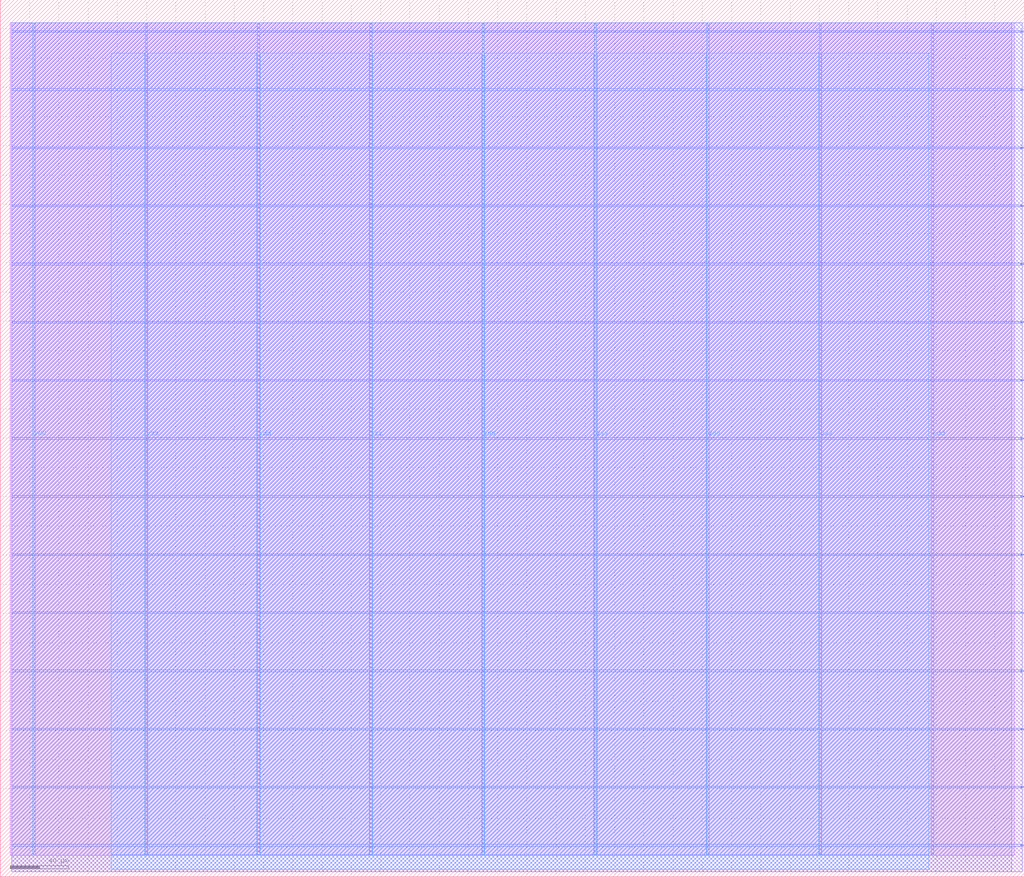
<source format=lef>
VERSION 5.7 ;
  NOWIREEXTENSIONATPIN ON ;
  DIVIDERCHAR "/" ;
  BUSBITCHARS "[]" ;
MACRO serv_1
  CLASS BLOCK ;
  FOREIGN serv_1 ;
  ORIGIN 0.000 0.000 ;
  SIZE 700.000 BY 600.000 ;
  PIN io_in[0]
    DIRECTION INPUT ;
    USE SIGNAL ;
    PORT
      LAYER Metal3 ;
        RECT 698.000 21.280 700.000 21.840 ;
    END
  END io_in[0]
  PIN io_in[1]
    DIRECTION INPUT ;
    USE SIGNAL ;
    PORT
      LAYER Metal3 ;
        RECT 698.000 61.040 700.000 61.600 ;
    END
  END io_in[1]
  PIN io_in[2]
    DIRECTION INPUT ;
    USE SIGNAL ;
    PORT
      LAYER Metal3 ;
        RECT 698.000 100.800 700.000 101.360 ;
    END
  END io_in[2]
  PIN io_in[3]
    DIRECTION INPUT ;
    USE SIGNAL ;
    PORT
      LAYER Metal3 ;
        RECT 698.000 140.560 700.000 141.120 ;
    END
  END io_in[3]
  PIN io_in[4]
    DIRECTION INPUT ;
    USE SIGNAL ;
    PORT
      LAYER Metal3 ;
        RECT 698.000 180.320 700.000 180.880 ;
    END
  END io_in[4]
  PIN io_oeb[0]
    DIRECTION OUTPUT TRISTATE ;
    USE SIGNAL ;
    PORT
      LAYER Metal3 ;
        RECT 698.000 418.880 700.000 419.440 ;
    END
  END io_oeb[0]
  PIN io_oeb[1]
    DIRECTION OUTPUT TRISTATE ;
    USE SIGNAL ;
    PORT
      LAYER Metal3 ;
        RECT 698.000 458.640 700.000 459.200 ;
    END
  END io_oeb[1]
  PIN io_oeb[2]
    DIRECTION OUTPUT TRISTATE ;
    USE SIGNAL ;
    PORT
      LAYER Metal3 ;
        RECT 698.000 498.400 700.000 498.960 ;
    END
  END io_oeb[2]
  PIN io_oeb[3]
    DIRECTION OUTPUT TRISTATE ;
    USE SIGNAL ;
    PORT
      LAYER Metal3 ;
        RECT 698.000 538.160 700.000 538.720 ;
    END
  END io_oeb[3]
  PIN io_oeb[4]
    DIRECTION OUTPUT TRISTATE ;
    USE SIGNAL ;
    PORT
      LAYER Metal3 ;
        RECT 698.000 577.920 700.000 578.480 ;
    END
  END io_oeb[4]
  PIN io_out[0]
    DIRECTION OUTPUT TRISTATE ;
    USE SIGNAL ;
    PORT
      LAYER Metal3 ;
        RECT 698.000 220.080 700.000 220.640 ;
    END
  END io_out[0]
  PIN io_out[1]
    DIRECTION OUTPUT TRISTATE ;
    USE SIGNAL ;
    PORT
      LAYER Metal3 ;
        RECT 698.000 259.840 700.000 260.400 ;
    END
  END io_out[1]
  PIN io_out[2]
    DIRECTION OUTPUT TRISTATE ;
    USE SIGNAL ;
    PORT
      LAYER Metal3 ;
        RECT 698.000 299.600 700.000 300.160 ;
    END
  END io_out[2]
  PIN io_out[3]
    DIRECTION OUTPUT TRISTATE ;
    USE SIGNAL ;
    PORT
      LAYER Metal3 ;
        RECT 698.000 339.360 700.000 339.920 ;
    END
  END io_out[3]
  PIN io_out[4]
    DIRECTION OUTPUT TRISTATE ;
    USE SIGNAL ;
    PORT
      LAYER Metal3 ;
        RECT 698.000 379.120 700.000 379.680 ;
    END
  END io_out[4]
  PIN vdd
    DIRECTION INOUT ;
    USE POWER ;
    PORT
      LAYER Metal4 ;
        RECT 22.240 15.380 23.840 584.380 ;
    END
    PORT
      LAYER Metal4 ;
        RECT 175.840 15.380 177.440 584.380 ;
    END
    PORT
      LAYER Metal4 ;
        RECT 329.440 15.380 331.040 584.380 ;
    END
    PORT
      LAYER Metal4 ;
        RECT 483.040 15.380 484.640 584.380 ;
    END
    PORT
      LAYER Metal4 ;
        RECT 636.640 15.380 638.240 584.380 ;
    END
  END vdd
  PIN vss
    DIRECTION INOUT ;
    USE GROUND ;
    PORT
      LAYER Metal4 ;
        RECT 99.040 15.380 100.640 584.380 ;
    END
    PORT
      LAYER Metal4 ;
        RECT 252.640 15.380 254.240 584.380 ;
    END
    PORT
      LAYER Metal4 ;
        RECT 406.240 15.380 407.840 584.380 ;
    END
    PORT
      LAYER Metal4 ;
        RECT 559.840 15.380 561.440 584.380 ;
    END
  END vss
  OBS
      LAYER Metal1 ;
        RECT 6.720 14.710 693.280 584.380 ;
      LAYER Metal2 ;
        RECT 7.980 3.450 691.460 584.270 ;
      LAYER Metal3 ;
        RECT 7.930 578.780 698.740 584.220 ;
        RECT 7.930 577.620 697.700 578.780 ;
        RECT 7.930 539.020 698.740 577.620 ;
        RECT 7.930 537.860 697.700 539.020 ;
        RECT 7.930 499.260 698.740 537.860 ;
        RECT 7.930 498.100 697.700 499.260 ;
        RECT 7.930 459.500 698.740 498.100 ;
        RECT 7.930 458.340 697.700 459.500 ;
        RECT 7.930 419.740 698.740 458.340 ;
        RECT 7.930 418.580 697.700 419.740 ;
        RECT 7.930 379.980 698.740 418.580 ;
        RECT 7.930 378.820 697.700 379.980 ;
        RECT 7.930 340.220 698.740 378.820 ;
        RECT 7.930 339.060 697.700 340.220 ;
        RECT 7.930 300.460 698.740 339.060 ;
        RECT 7.930 299.300 697.700 300.460 ;
        RECT 7.930 260.700 698.740 299.300 ;
        RECT 7.930 259.540 697.700 260.700 ;
        RECT 7.930 220.940 698.740 259.540 ;
        RECT 7.930 219.780 697.700 220.940 ;
        RECT 7.930 181.180 698.740 219.780 ;
        RECT 7.930 180.020 697.700 181.180 ;
        RECT 7.930 141.420 698.740 180.020 ;
        RECT 7.930 140.260 697.700 141.420 ;
        RECT 7.930 101.660 698.740 140.260 ;
        RECT 7.930 100.500 697.700 101.660 ;
        RECT 7.930 61.900 698.740 100.500 ;
        RECT 7.930 60.740 697.700 61.900 ;
        RECT 7.930 22.140 698.740 60.740 ;
        RECT 7.930 20.980 697.700 22.140 ;
        RECT 7.930 3.500 698.740 20.980 ;
      LAYER Metal4 ;
        RECT 75.740 15.080 98.740 563.270 ;
        RECT 100.940 15.080 175.540 563.270 ;
        RECT 177.740 15.080 252.340 563.270 ;
        RECT 254.540 15.080 329.140 563.270 ;
        RECT 331.340 15.080 405.940 563.270 ;
        RECT 408.140 15.080 482.740 563.270 ;
        RECT 484.940 15.080 559.540 563.270 ;
        RECT 561.740 15.080 634.900 563.270 ;
        RECT 75.740 5.130 634.900 15.080 ;
  END
END serv_1
END LIBRARY


</source>
